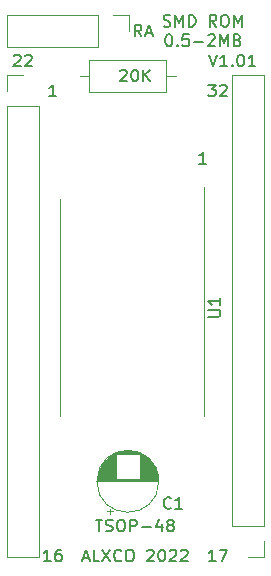
<source format=gbr>
%TF.GenerationSoftware,KiCad,Pcbnew,(5.1.7)-1*%
%TF.CreationDate,2022-07-02T23:21:54-03:00*%
%TF.ProjectId,ROMboard,524f4d62-6f61-4726-942e-6b696361645f,rev?*%
%TF.SameCoordinates,Original*%
%TF.FileFunction,Legend,Top*%
%TF.FilePolarity,Positive*%
%FSLAX46Y46*%
G04 Gerber Fmt 4.6, Leading zero omitted, Abs format (unit mm)*
G04 Created by KiCad (PCBNEW (5.1.7)-1) date 2022-07-02 23:21:54*
%MOMM*%
%LPD*%
G01*
G04 APERTURE LIST*
%ADD10C,0.150000*%
%ADD11C,0.120000*%
%ADD12C,0.100000*%
G04 APERTURE END LIST*
D10*
X38718095Y-54157619D02*
X38765714Y-54110000D01*
X38860952Y-54062380D01*
X39099047Y-54062380D01*
X39194285Y-54110000D01*
X39241904Y-54157619D01*
X39289523Y-54252857D01*
X39289523Y-54348095D01*
X39241904Y-54490952D01*
X38670476Y-55062380D01*
X39289523Y-55062380D01*
X39908571Y-54062380D02*
X40003809Y-54062380D01*
X40099047Y-54110000D01*
X40146666Y-54157619D01*
X40194285Y-54252857D01*
X40241904Y-54443333D01*
X40241904Y-54681428D01*
X40194285Y-54871904D01*
X40146666Y-54967142D01*
X40099047Y-55014761D01*
X40003809Y-55062380D01*
X39908571Y-55062380D01*
X39813333Y-55014761D01*
X39765714Y-54967142D01*
X39718095Y-54871904D01*
X39670476Y-54681428D01*
X39670476Y-54443333D01*
X39718095Y-54252857D01*
X39765714Y-54157619D01*
X39813333Y-54110000D01*
X39908571Y-54062380D01*
X40670476Y-55062380D02*
X40670476Y-54062380D01*
X41241904Y-55062380D02*
X40813333Y-54490952D01*
X41241904Y-54062380D02*
X40670476Y-54633809D01*
X35576428Y-95416666D02*
X36052619Y-95416666D01*
X35481190Y-95702380D02*
X35814523Y-94702380D01*
X36147857Y-95702380D01*
X36957380Y-95702380D02*
X36481190Y-95702380D01*
X36481190Y-94702380D01*
X37195476Y-94702380D02*
X37862142Y-95702380D01*
X37862142Y-94702380D02*
X37195476Y-95702380D01*
X38814523Y-95607142D02*
X38766904Y-95654761D01*
X38624047Y-95702380D01*
X38528809Y-95702380D01*
X38385952Y-95654761D01*
X38290714Y-95559523D01*
X38243095Y-95464285D01*
X38195476Y-95273809D01*
X38195476Y-95130952D01*
X38243095Y-94940476D01*
X38290714Y-94845238D01*
X38385952Y-94750000D01*
X38528809Y-94702380D01*
X38624047Y-94702380D01*
X38766904Y-94750000D01*
X38814523Y-94797619D01*
X39433571Y-94702380D02*
X39624047Y-94702380D01*
X39719285Y-94750000D01*
X39814523Y-94845238D01*
X39862142Y-95035714D01*
X39862142Y-95369047D01*
X39814523Y-95559523D01*
X39719285Y-95654761D01*
X39624047Y-95702380D01*
X39433571Y-95702380D01*
X39338333Y-95654761D01*
X39243095Y-95559523D01*
X39195476Y-95369047D01*
X39195476Y-95035714D01*
X39243095Y-94845238D01*
X39338333Y-94750000D01*
X39433571Y-94702380D01*
X41005000Y-94797619D02*
X41052619Y-94750000D01*
X41147857Y-94702380D01*
X41385952Y-94702380D01*
X41481190Y-94750000D01*
X41528809Y-94797619D01*
X41576428Y-94892857D01*
X41576428Y-94988095D01*
X41528809Y-95130952D01*
X40957380Y-95702380D01*
X41576428Y-95702380D01*
X42195476Y-94702380D02*
X42290714Y-94702380D01*
X42385952Y-94750000D01*
X42433571Y-94797619D01*
X42481190Y-94892857D01*
X42528809Y-95083333D01*
X42528809Y-95321428D01*
X42481190Y-95511904D01*
X42433571Y-95607142D01*
X42385952Y-95654761D01*
X42290714Y-95702380D01*
X42195476Y-95702380D01*
X42100238Y-95654761D01*
X42052619Y-95607142D01*
X42005000Y-95511904D01*
X41957380Y-95321428D01*
X41957380Y-95083333D01*
X42005000Y-94892857D01*
X42052619Y-94797619D01*
X42100238Y-94750000D01*
X42195476Y-94702380D01*
X42909761Y-94797619D02*
X42957380Y-94750000D01*
X43052619Y-94702380D01*
X43290714Y-94702380D01*
X43385952Y-94750000D01*
X43433571Y-94797619D01*
X43481190Y-94892857D01*
X43481190Y-94988095D01*
X43433571Y-95130952D01*
X42862142Y-95702380D01*
X43481190Y-95702380D01*
X43862142Y-94797619D02*
X43909761Y-94750000D01*
X44005000Y-94702380D01*
X44243095Y-94702380D01*
X44338333Y-94750000D01*
X44385952Y-94797619D01*
X44433571Y-94892857D01*
X44433571Y-94988095D01*
X44385952Y-95130952D01*
X43814523Y-95702380D01*
X44433571Y-95702380D01*
X46260000Y-52792380D02*
X46593333Y-53792380D01*
X46926666Y-52792380D01*
X47783809Y-53792380D02*
X47212380Y-53792380D01*
X47498095Y-53792380D02*
X47498095Y-52792380D01*
X47402857Y-52935238D01*
X47307619Y-53030476D01*
X47212380Y-53078095D01*
X48212380Y-53697142D02*
X48260000Y-53744761D01*
X48212380Y-53792380D01*
X48164761Y-53744761D01*
X48212380Y-53697142D01*
X48212380Y-53792380D01*
X48879047Y-52792380D02*
X48974285Y-52792380D01*
X49069523Y-52840000D01*
X49117142Y-52887619D01*
X49164761Y-52982857D01*
X49212380Y-53173333D01*
X49212380Y-53411428D01*
X49164761Y-53601904D01*
X49117142Y-53697142D01*
X49069523Y-53744761D01*
X48974285Y-53792380D01*
X48879047Y-53792380D01*
X48783809Y-53744761D01*
X48736190Y-53697142D01*
X48688571Y-53601904D01*
X48640952Y-53411428D01*
X48640952Y-53173333D01*
X48688571Y-52982857D01*
X48736190Y-52887619D01*
X48783809Y-52840000D01*
X48879047Y-52792380D01*
X50164761Y-53792380D02*
X49593333Y-53792380D01*
X49879047Y-53792380D02*
X49879047Y-52792380D01*
X49783809Y-52935238D01*
X49688571Y-53030476D01*
X49593333Y-53078095D01*
X36647857Y-92162380D02*
X37219285Y-92162380D01*
X36933571Y-93162380D02*
X36933571Y-92162380D01*
X37505000Y-93114761D02*
X37647857Y-93162380D01*
X37885952Y-93162380D01*
X37981190Y-93114761D01*
X38028809Y-93067142D01*
X38076428Y-92971904D01*
X38076428Y-92876666D01*
X38028809Y-92781428D01*
X37981190Y-92733809D01*
X37885952Y-92686190D01*
X37695476Y-92638571D01*
X37600238Y-92590952D01*
X37552619Y-92543333D01*
X37505000Y-92448095D01*
X37505000Y-92352857D01*
X37552619Y-92257619D01*
X37600238Y-92210000D01*
X37695476Y-92162380D01*
X37933571Y-92162380D01*
X38076428Y-92210000D01*
X38695476Y-92162380D02*
X38885952Y-92162380D01*
X38981190Y-92210000D01*
X39076428Y-92305238D01*
X39124047Y-92495714D01*
X39124047Y-92829047D01*
X39076428Y-93019523D01*
X38981190Y-93114761D01*
X38885952Y-93162380D01*
X38695476Y-93162380D01*
X38600238Y-93114761D01*
X38505000Y-93019523D01*
X38457380Y-92829047D01*
X38457380Y-92495714D01*
X38505000Y-92305238D01*
X38600238Y-92210000D01*
X38695476Y-92162380D01*
X39552619Y-93162380D02*
X39552619Y-92162380D01*
X39933571Y-92162380D01*
X40028809Y-92210000D01*
X40076428Y-92257619D01*
X40124047Y-92352857D01*
X40124047Y-92495714D01*
X40076428Y-92590952D01*
X40028809Y-92638571D01*
X39933571Y-92686190D01*
X39552619Y-92686190D01*
X40552619Y-92781428D02*
X41314523Y-92781428D01*
X42219285Y-92495714D02*
X42219285Y-93162380D01*
X41981190Y-92114761D02*
X41743095Y-92829047D01*
X42362142Y-92829047D01*
X42885952Y-92590952D02*
X42790714Y-92543333D01*
X42743095Y-92495714D01*
X42695476Y-92400476D01*
X42695476Y-92352857D01*
X42743095Y-92257619D01*
X42790714Y-92210000D01*
X42885952Y-92162380D01*
X43076428Y-92162380D01*
X43171666Y-92210000D01*
X43219285Y-92257619D01*
X43266904Y-92352857D01*
X43266904Y-92400476D01*
X43219285Y-92495714D01*
X43171666Y-92543333D01*
X43076428Y-92590952D01*
X42885952Y-92590952D01*
X42790714Y-92638571D01*
X42743095Y-92686190D01*
X42695476Y-92781428D01*
X42695476Y-92971904D01*
X42743095Y-93067142D01*
X42790714Y-93114761D01*
X42885952Y-93162380D01*
X43076428Y-93162380D01*
X43171666Y-93114761D01*
X43219285Y-93067142D01*
X43266904Y-92971904D01*
X43266904Y-92781428D01*
X43219285Y-92686190D01*
X43171666Y-92638571D01*
X43076428Y-92590952D01*
X40520952Y-51252380D02*
X40187619Y-50776190D01*
X39949523Y-51252380D02*
X39949523Y-50252380D01*
X40330476Y-50252380D01*
X40425714Y-50300000D01*
X40473333Y-50347619D01*
X40520952Y-50442857D01*
X40520952Y-50585714D01*
X40473333Y-50680952D01*
X40425714Y-50728571D01*
X40330476Y-50776190D01*
X39949523Y-50776190D01*
X40901904Y-50966666D02*
X41378095Y-50966666D01*
X40806666Y-51252380D02*
X41140000Y-50252380D01*
X41473333Y-51252380D01*
X29718095Y-52887619D02*
X29765714Y-52840000D01*
X29860952Y-52792380D01*
X30099047Y-52792380D01*
X30194285Y-52840000D01*
X30241904Y-52887619D01*
X30289523Y-52982857D01*
X30289523Y-53078095D01*
X30241904Y-53220952D01*
X29670476Y-53792380D01*
X30289523Y-53792380D01*
X30670476Y-52887619D02*
X30718095Y-52840000D01*
X30813333Y-52792380D01*
X31051428Y-52792380D01*
X31146666Y-52840000D01*
X31194285Y-52887619D01*
X31241904Y-52982857D01*
X31241904Y-53078095D01*
X31194285Y-53220952D01*
X30622857Y-53792380D01*
X31241904Y-53792380D01*
X46005714Y-62047380D02*
X45434285Y-62047380D01*
X45720000Y-62047380D02*
X45720000Y-61047380D01*
X45624761Y-61190238D01*
X45529523Y-61285476D01*
X45434285Y-61333095D01*
X46799523Y-95702380D02*
X46228095Y-95702380D01*
X46513809Y-95702380D02*
X46513809Y-94702380D01*
X46418571Y-94845238D01*
X46323333Y-94940476D01*
X46228095Y-94988095D01*
X47132857Y-94702380D02*
X47799523Y-94702380D01*
X47370952Y-95702380D01*
X32829523Y-95702380D02*
X32258095Y-95702380D01*
X32543809Y-95702380D02*
X32543809Y-94702380D01*
X32448571Y-94845238D01*
X32353333Y-94940476D01*
X32258095Y-94988095D01*
X33686666Y-94702380D02*
X33496190Y-94702380D01*
X33400952Y-94750000D01*
X33353333Y-94797619D01*
X33258095Y-94940476D01*
X33210476Y-95130952D01*
X33210476Y-95511904D01*
X33258095Y-95607142D01*
X33305714Y-95654761D01*
X33400952Y-95702380D01*
X33591428Y-95702380D01*
X33686666Y-95654761D01*
X33734285Y-95607142D01*
X33781904Y-95511904D01*
X33781904Y-95273809D01*
X33734285Y-95178571D01*
X33686666Y-95130952D01*
X33591428Y-95083333D01*
X33400952Y-95083333D01*
X33305714Y-95130952D01*
X33258095Y-95178571D01*
X33210476Y-95273809D01*
X46180476Y-55332380D02*
X46799523Y-55332380D01*
X46466190Y-55713333D01*
X46609047Y-55713333D01*
X46704285Y-55760952D01*
X46751904Y-55808571D01*
X46799523Y-55903809D01*
X46799523Y-56141904D01*
X46751904Y-56237142D01*
X46704285Y-56284761D01*
X46609047Y-56332380D01*
X46323333Y-56332380D01*
X46228095Y-56284761D01*
X46180476Y-56237142D01*
X47180476Y-55427619D02*
X47228095Y-55380000D01*
X47323333Y-55332380D01*
X47561428Y-55332380D01*
X47656666Y-55380000D01*
X47704285Y-55427619D01*
X47751904Y-55522857D01*
X47751904Y-55618095D01*
X47704285Y-55760952D01*
X47132857Y-56332380D01*
X47751904Y-56332380D01*
X33305714Y-56332380D02*
X32734285Y-56332380D01*
X33020000Y-56332380D02*
X33020000Y-55332380D01*
X32924761Y-55475238D01*
X32829523Y-55570476D01*
X32734285Y-55618095D01*
X42386666Y-50379761D02*
X42529523Y-50427380D01*
X42767619Y-50427380D01*
X42862857Y-50379761D01*
X42910476Y-50332142D01*
X42958095Y-50236904D01*
X42958095Y-50141666D01*
X42910476Y-50046428D01*
X42862857Y-49998809D01*
X42767619Y-49951190D01*
X42577142Y-49903571D01*
X42481904Y-49855952D01*
X42434285Y-49808333D01*
X42386666Y-49713095D01*
X42386666Y-49617857D01*
X42434285Y-49522619D01*
X42481904Y-49475000D01*
X42577142Y-49427380D01*
X42815238Y-49427380D01*
X42958095Y-49475000D01*
X43386666Y-50427380D02*
X43386666Y-49427380D01*
X43720000Y-50141666D01*
X44053333Y-49427380D01*
X44053333Y-50427380D01*
X44529523Y-50427380D02*
X44529523Y-49427380D01*
X44767619Y-49427380D01*
X44910476Y-49475000D01*
X45005714Y-49570238D01*
X45053333Y-49665476D01*
X45100952Y-49855952D01*
X45100952Y-49998809D01*
X45053333Y-50189285D01*
X45005714Y-50284523D01*
X44910476Y-50379761D01*
X44767619Y-50427380D01*
X44529523Y-50427380D01*
X46862857Y-50427380D02*
X46529523Y-49951190D01*
X46291428Y-50427380D02*
X46291428Y-49427380D01*
X46672380Y-49427380D01*
X46767619Y-49475000D01*
X46815238Y-49522619D01*
X46862857Y-49617857D01*
X46862857Y-49760714D01*
X46815238Y-49855952D01*
X46767619Y-49903571D01*
X46672380Y-49951190D01*
X46291428Y-49951190D01*
X47481904Y-49427380D02*
X47672380Y-49427380D01*
X47767619Y-49475000D01*
X47862857Y-49570238D01*
X47910476Y-49760714D01*
X47910476Y-50094047D01*
X47862857Y-50284523D01*
X47767619Y-50379761D01*
X47672380Y-50427380D01*
X47481904Y-50427380D01*
X47386666Y-50379761D01*
X47291428Y-50284523D01*
X47243809Y-50094047D01*
X47243809Y-49760714D01*
X47291428Y-49570238D01*
X47386666Y-49475000D01*
X47481904Y-49427380D01*
X48339047Y-50427380D02*
X48339047Y-49427380D01*
X48672380Y-50141666D01*
X49005714Y-49427380D01*
X49005714Y-50427380D01*
X42791428Y-51077380D02*
X42886666Y-51077380D01*
X42981904Y-51125000D01*
X43029523Y-51172619D01*
X43077142Y-51267857D01*
X43124761Y-51458333D01*
X43124761Y-51696428D01*
X43077142Y-51886904D01*
X43029523Y-51982142D01*
X42981904Y-52029761D01*
X42886666Y-52077380D01*
X42791428Y-52077380D01*
X42696190Y-52029761D01*
X42648571Y-51982142D01*
X42600952Y-51886904D01*
X42553333Y-51696428D01*
X42553333Y-51458333D01*
X42600952Y-51267857D01*
X42648571Y-51172619D01*
X42696190Y-51125000D01*
X42791428Y-51077380D01*
X43553333Y-51982142D02*
X43600952Y-52029761D01*
X43553333Y-52077380D01*
X43505714Y-52029761D01*
X43553333Y-51982142D01*
X43553333Y-52077380D01*
X44505714Y-51077380D02*
X44029523Y-51077380D01*
X43981904Y-51553571D01*
X44029523Y-51505952D01*
X44124761Y-51458333D01*
X44362857Y-51458333D01*
X44458095Y-51505952D01*
X44505714Y-51553571D01*
X44553333Y-51648809D01*
X44553333Y-51886904D01*
X44505714Y-51982142D01*
X44458095Y-52029761D01*
X44362857Y-52077380D01*
X44124761Y-52077380D01*
X44029523Y-52029761D01*
X43981904Y-51982142D01*
X44981904Y-51696428D02*
X45743809Y-51696428D01*
X46172380Y-51172619D02*
X46220000Y-51125000D01*
X46315238Y-51077380D01*
X46553333Y-51077380D01*
X46648571Y-51125000D01*
X46696190Y-51172619D01*
X46743809Y-51267857D01*
X46743809Y-51363095D01*
X46696190Y-51505952D01*
X46124761Y-52077380D01*
X46743809Y-52077380D01*
X47172380Y-52077380D02*
X47172380Y-51077380D01*
X47505714Y-51791666D01*
X47839047Y-51077380D01*
X47839047Y-52077380D01*
X48648571Y-51553571D02*
X48791428Y-51601190D01*
X48839047Y-51648809D01*
X48886666Y-51744047D01*
X48886666Y-51886904D01*
X48839047Y-51982142D01*
X48791428Y-52029761D01*
X48696190Y-52077380D01*
X48315238Y-52077380D01*
X48315238Y-51077380D01*
X48648571Y-51077380D01*
X48743809Y-51125000D01*
X48791428Y-51172619D01*
X48839047Y-51267857D01*
X48839047Y-51363095D01*
X48791428Y-51458333D01*
X48743809Y-51505952D01*
X48648571Y-51553571D01*
X48315238Y-51553571D01*
D11*
%TO.C,C1*%
X41990000Y-88920000D02*
G75*
G03*
X41990000Y-88920000I-2620000J0D01*
G01*
X36790000Y-88920000D02*
X41950000Y-88920000D01*
X36790000Y-88880000D02*
X41950000Y-88880000D01*
X36791000Y-88840000D02*
X41949000Y-88840000D01*
X36792000Y-88800000D02*
X41948000Y-88800000D01*
X36794000Y-88760000D02*
X41946000Y-88760000D01*
X36797000Y-88720000D02*
X41943000Y-88720000D01*
X36801000Y-88680000D02*
X38330000Y-88680000D01*
X40410000Y-88680000D02*
X41939000Y-88680000D01*
X36805000Y-88640000D02*
X38330000Y-88640000D01*
X40410000Y-88640000D02*
X41935000Y-88640000D01*
X36809000Y-88600000D02*
X38330000Y-88600000D01*
X40410000Y-88600000D02*
X41931000Y-88600000D01*
X36814000Y-88560000D02*
X38330000Y-88560000D01*
X40410000Y-88560000D02*
X41926000Y-88560000D01*
X36820000Y-88520000D02*
X38330000Y-88520000D01*
X40410000Y-88520000D02*
X41920000Y-88520000D01*
X36827000Y-88480000D02*
X38330000Y-88480000D01*
X40410000Y-88480000D02*
X41913000Y-88480000D01*
X36834000Y-88440000D02*
X38330000Y-88440000D01*
X40410000Y-88440000D02*
X41906000Y-88440000D01*
X36842000Y-88400000D02*
X38330000Y-88400000D01*
X40410000Y-88400000D02*
X41898000Y-88400000D01*
X36850000Y-88360000D02*
X38330000Y-88360000D01*
X40410000Y-88360000D02*
X41890000Y-88360000D01*
X36859000Y-88320000D02*
X38330000Y-88320000D01*
X40410000Y-88320000D02*
X41881000Y-88320000D01*
X36869000Y-88280000D02*
X38330000Y-88280000D01*
X40410000Y-88280000D02*
X41871000Y-88280000D01*
X36879000Y-88240000D02*
X38330000Y-88240000D01*
X40410000Y-88240000D02*
X41861000Y-88240000D01*
X36890000Y-88199000D02*
X38330000Y-88199000D01*
X40410000Y-88199000D02*
X41850000Y-88199000D01*
X36902000Y-88159000D02*
X38330000Y-88159000D01*
X40410000Y-88159000D02*
X41838000Y-88159000D01*
X36915000Y-88119000D02*
X38330000Y-88119000D01*
X40410000Y-88119000D02*
X41825000Y-88119000D01*
X36928000Y-88079000D02*
X38330000Y-88079000D01*
X40410000Y-88079000D02*
X41812000Y-88079000D01*
X36942000Y-88039000D02*
X38330000Y-88039000D01*
X40410000Y-88039000D02*
X41798000Y-88039000D01*
X36956000Y-87999000D02*
X38330000Y-87999000D01*
X40410000Y-87999000D02*
X41784000Y-87999000D01*
X36972000Y-87959000D02*
X38330000Y-87959000D01*
X40410000Y-87959000D02*
X41768000Y-87959000D01*
X36988000Y-87919000D02*
X38330000Y-87919000D01*
X40410000Y-87919000D02*
X41752000Y-87919000D01*
X37005000Y-87879000D02*
X38330000Y-87879000D01*
X40410000Y-87879000D02*
X41735000Y-87879000D01*
X37022000Y-87839000D02*
X38330000Y-87839000D01*
X40410000Y-87839000D02*
X41718000Y-87839000D01*
X37041000Y-87799000D02*
X38330000Y-87799000D01*
X40410000Y-87799000D02*
X41699000Y-87799000D01*
X37060000Y-87759000D02*
X38330000Y-87759000D01*
X40410000Y-87759000D02*
X41680000Y-87759000D01*
X37080000Y-87719000D02*
X38330000Y-87719000D01*
X40410000Y-87719000D02*
X41660000Y-87719000D01*
X37102000Y-87679000D02*
X38330000Y-87679000D01*
X40410000Y-87679000D02*
X41638000Y-87679000D01*
X37123000Y-87639000D02*
X38330000Y-87639000D01*
X40410000Y-87639000D02*
X41617000Y-87639000D01*
X37146000Y-87599000D02*
X38330000Y-87599000D01*
X40410000Y-87599000D02*
X41594000Y-87599000D01*
X37170000Y-87559000D02*
X38330000Y-87559000D01*
X40410000Y-87559000D02*
X41570000Y-87559000D01*
X37195000Y-87519000D02*
X38330000Y-87519000D01*
X40410000Y-87519000D02*
X41545000Y-87519000D01*
X37221000Y-87479000D02*
X38330000Y-87479000D01*
X40410000Y-87479000D02*
X41519000Y-87479000D01*
X37248000Y-87439000D02*
X38330000Y-87439000D01*
X40410000Y-87439000D02*
X41492000Y-87439000D01*
X37275000Y-87399000D02*
X38330000Y-87399000D01*
X40410000Y-87399000D02*
X41465000Y-87399000D01*
X37305000Y-87359000D02*
X38330000Y-87359000D01*
X40410000Y-87359000D02*
X41435000Y-87359000D01*
X37335000Y-87319000D02*
X38330000Y-87319000D01*
X40410000Y-87319000D02*
X41405000Y-87319000D01*
X37366000Y-87279000D02*
X38330000Y-87279000D01*
X40410000Y-87279000D02*
X41374000Y-87279000D01*
X37399000Y-87239000D02*
X38330000Y-87239000D01*
X40410000Y-87239000D02*
X41341000Y-87239000D01*
X37433000Y-87199000D02*
X38330000Y-87199000D01*
X40410000Y-87199000D02*
X41307000Y-87199000D01*
X37469000Y-87159000D02*
X38330000Y-87159000D01*
X40410000Y-87159000D02*
X41271000Y-87159000D01*
X37506000Y-87119000D02*
X38330000Y-87119000D01*
X40410000Y-87119000D02*
X41234000Y-87119000D01*
X37544000Y-87079000D02*
X38330000Y-87079000D01*
X40410000Y-87079000D02*
X41196000Y-87079000D01*
X37585000Y-87039000D02*
X38330000Y-87039000D01*
X40410000Y-87039000D02*
X41155000Y-87039000D01*
X37627000Y-86999000D02*
X38330000Y-86999000D01*
X40410000Y-86999000D02*
X41113000Y-86999000D01*
X37671000Y-86959000D02*
X38330000Y-86959000D01*
X40410000Y-86959000D02*
X41069000Y-86959000D01*
X37717000Y-86919000D02*
X38330000Y-86919000D01*
X40410000Y-86919000D02*
X41023000Y-86919000D01*
X37765000Y-86879000D02*
X38330000Y-86879000D01*
X40410000Y-86879000D02*
X40975000Y-86879000D01*
X37816000Y-86839000D02*
X38330000Y-86839000D01*
X40410000Y-86839000D02*
X40924000Y-86839000D01*
X37870000Y-86799000D02*
X38330000Y-86799000D01*
X40410000Y-86799000D02*
X40870000Y-86799000D01*
X37927000Y-86759000D02*
X38330000Y-86759000D01*
X40410000Y-86759000D02*
X40813000Y-86759000D01*
X37987000Y-86719000D02*
X38330000Y-86719000D01*
X40410000Y-86719000D02*
X40753000Y-86719000D01*
X38051000Y-86679000D02*
X38330000Y-86679000D01*
X40410000Y-86679000D02*
X40689000Y-86679000D01*
X38119000Y-86639000D02*
X38330000Y-86639000D01*
X40410000Y-86639000D02*
X40621000Y-86639000D01*
X38192000Y-86599000D02*
X40548000Y-86599000D01*
X38272000Y-86559000D02*
X40468000Y-86559000D01*
X38359000Y-86519000D02*
X40381000Y-86519000D01*
X38455000Y-86479000D02*
X40285000Y-86479000D01*
X38565000Y-86439000D02*
X40175000Y-86439000D01*
X38693000Y-86399000D02*
X40047000Y-86399000D01*
X38852000Y-86359000D02*
X39888000Y-86359000D01*
X39086000Y-86319000D02*
X39654000Y-86319000D01*
X37895000Y-91724775D02*
X37895000Y-91224775D01*
X37645000Y-91474775D02*
X38145000Y-91474775D01*
%TO.C,U1*%
X33610000Y-65020000D02*
X33610000Y-83420000D01*
D12*
X45850000Y-83420000D02*
X45850000Y-64020000D01*
D11*
%TO.C,R1*%
X42640000Y-55980000D02*
X42640000Y-53240000D01*
X42640000Y-53240000D02*
X36100000Y-53240000D01*
X36100000Y-53240000D02*
X36100000Y-55980000D01*
X36100000Y-55980000D02*
X42640000Y-55980000D01*
X43410000Y-54610000D02*
X42640000Y-54610000D01*
X35330000Y-54610000D02*
X36100000Y-54610000D01*
%TO.C,J2*%
X29150000Y-49470000D02*
X29150000Y-52130000D01*
X36830000Y-49470000D02*
X29150000Y-49470000D01*
X36830000Y-52130000D02*
X29150000Y-52130000D01*
X36830000Y-49470000D02*
X36830000Y-52130000D01*
X38100000Y-49470000D02*
X39430000Y-49470000D01*
X39430000Y-49470000D02*
X39430000Y-50800000D01*
%TO.C,J1*%
X50860000Y-54550000D02*
X48200000Y-54550000D01*
X50860000Y-92710000D02*
X50860000Y-54550000D01*
X48200000Y-92710000D02*
X48200000Y-54550000D01*
X50860000Y-92710000D02*
X48200000Y-92710000D01*
X50860000Y-93980000D02*
X50860000Y-95310000D01*
X50860000Y-95310000D02*
X49530000Y-95310000D01*
%TO.C,J0*%
X29150000Y-95310000D02*
X31810000Y-95310000D01*
X29150000Y-57150000D02*
X29150000Y-95310000D01*
X31810000Y-57150000D02*
X31810000Y-95310000D01*
X29150000Y-57150000D02*
X31810000Y-57150000D01*
X29150000Y-55880000D02*
X29150000Y-54550000D01*
X29150000Y-54550000D02*
X30480000Y-54550000D01*
%TO.C,C1*%
D10*
X43013333Y-91162142D02*
X42965714Y-91209761D01*
X42822857Y-91257380D01*
X42727619Y-91257380D01*
X42584761Y-91209761D01*
X42489523Y-91114523D01*
X42441904Y-91019285D01*
X42394285Y-90828809D01*
X42394285Y-90685952D01*
X42441904Y-90495476D01*
X42489523Y-90400238D01*
X42584761Y-90305000D01*
X42727619Y-90257380D01*
X42822857Y-90257380D01*
X42965714Y-90305000D01*
X43013333Y-90352619D01*
X43965714Y-91257380D02*
X43394285Y-91257380D01*
X43680000Y-91257380D02*
X43680000Y-90257380D01*
X43584761Y-90400238D01*
X43489523Y-90495476D01*
X43394285Y-90543095D01*
%TO.C,U1*%
X46182380Y-74981904D02*
X46991904Y-74981904D01*
X47087142Y-74934285D01*
X47134761Y-74886666D01*
X47182380Y-74791428D01*
X47182380Y-74600952D01*
X47134761Y-74505714D01*
X47087142Y-74458095D01*
X46991904Y-74410476D01*
X46182380Y-74410476D01*
X47182380Y-73410476D02*
X47182380Y-73981904D01*
X47182380Y-73696190D02*
X46182380Y-73696190D01*
X46325238Y-73791428D01*
X46420476Y-73886666D01*
X46468095Y-73981904D01*
%TD*%
M02*

</source>
